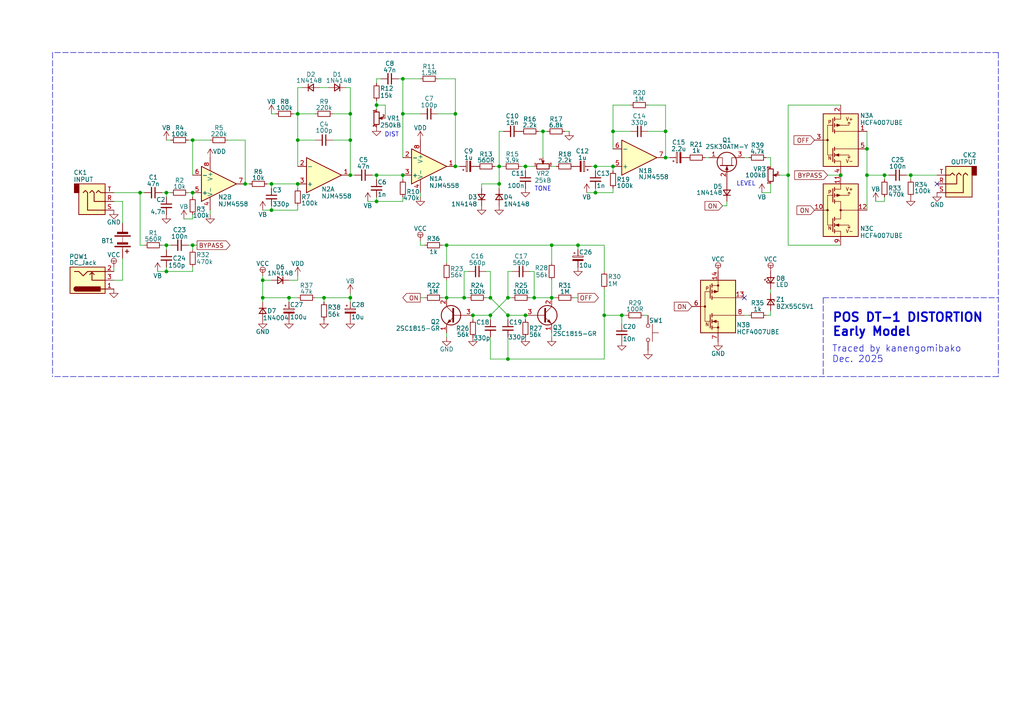
<source format=kicad_sch>
(kicad_sch (version 20250114) (generator "eeschema") (generator_version "9.0")
  (paper "A4")
  (text "TONE" (at 157.48 55.626 0) (effects (font (size 1.27 1.27)) (justify bottom)))
  (text "POS DT-1 DISTORTION\nEarly Model" (at 241.3 97.79 0) (effects (font (size 2.54 2.54) (thickness 0.508) (bold yes)) (justify left bottom)))
  (text "LEVEL" (at 219.202 54.102 0) (effects (font (size 1.27 1.27)) (justify right bottom)))
  (text "Traced by kanengomibako\nDec. 2025" (at 241.3 105.41 0) (effects (font (size 1.905 1.905)) (justify left bottom)))
  (text "DIST" (at 111.506 39.878 0) (effects (font (size 1.27 1.27)) (justify left bottom)))
  (junction (at 101.6 86.36))
  (junction (at 144.78 53.34))
  (junction (at 154.94 86.36))
  (junction (at 129.54 86.36))
  (junction (at 76.2 86.36))
  (junction (at 109.22 30.48))
  (junction (at 129.54 71.12))
  (junction (at 116.84 22.86))
  (junction (at 132.08 33.02))
  (junction (at 86.36 53.34))
  (junction (at 172.72 48.26))
  (junction (at 116.84 33.02))
  (junction (at 147.32 91.44))
  (junction (at 55.88 40.64))
  (junction (at 48.26 78.74))
  (junction (at 167.64 71.12))
  (junction (at 109.22 58.42))
  (junction (at 48.26 71.12))
  (junction (at 109.22 50.8))
  (junction (at 256.54 50.8))
  (junction (at 264.16 50.8))
  (junction (at 86.36 40.64))
  (junction (at 48.26 55.88))
  (junction (at 137.16 91.44))
  (junction (at 142.24 91.44))
  (junction (at 160.02 86.36))
  (junction (at 101.6 40.64))
  (junction (at 172.72 55.88))
  (junction (at 147.32 86.36))
  (junction (at 116.84 50.8))
  (junction (at 55.88 55.88))
  (junction (at 177.8 48.26))
  (junction (at 76.2 81.28))
  (junction (at 86.36 33.02))
  (junction (at 228.6 50.8))
  (junction (at 93.98 86.36))
  (junction (at 40.64 55.88))
  (junction (at 144.78 48.26))
  (junction (at 101.6 33.02))
  (junction (at 180.34 91.44))
  (junction (at 55.88 71.12))
  (junction (at 142.24 86.36))
  (junction (at 175.26 91.44))
  (junction (at 101.6 50.8))
  (junction (at 83.82 86.36))
  (junction (at 243.84 50.8))
  (junction (at 78.74 53.34))
  (junction (at 147.32 104.14))
  (junction (at 134.62 86.36))
  (junction (at 78.74 60.96))
  (junction (at 177.8 38.1))
  (junction (at 193.04 45.72))
  (junction (at 193.04 38.1))
  (junction (at 132.08 48.26))
  (junction (at 71.12 53.34))
  (junction (at 251.46 50.8))
  (junction (at 152.4 48.26))
  (junction (at 152.4 91.44))
  (junction (at 157.48 38.1))
  (junction (at 251.46 43.18))
  (junction (at 160.02 71.12))
  (no_connect (at 215.9 86.36))
  (no_connect (at 271.78 53.34))
  (wire (pts (xy 193.04 45.72) (xy 194.31 45.72)))
  (wire (pts (xy 226.06 50.8) (xy 228.6 50.8)))
  (wire (pts (xy 49.53 40.64) (xy 48.26 40.64)))
  (wire (pts (xy 144.78 38.1) (xy 146.05 38.1)))
  (wire (pts (xy 220.98 55.88) (xy 223.52 55.88)))
  (wire (pts (xy 106.68 58.42) (xy 109.22 58.42)))
  (wire (pts (xy 86.36 86.36) (xy 83.82 86.36)))
  (wire (pts (xy 148.59 78.74) (xy 147.32 78.74)))
  (wire (pts (xy 116.84 22.86) (xy 121.92 22.86)))
  (wire (pts (xy 147.32 86.36) (xy 148.59 86.36)))
  (wire (pts (xy 78.74 53.34) (xy 86.36 53.34)))
  (wire (pts (xy 129.54 71.12) (xy 160.02 71.12)))
  (wire (pts (xy 86.36 25.4) (xy 87.63 25.4)))
  (wire (pts (xy 48.26 78.74) (xy 55.88 78.74)))
  (wire (pts (xy 167.64 71.12) (xy 167.64 72.39)))
  (wire (pts (xy 222.25 45.72) (xy 223.52 45.72)))
  (wire (pts (xy 142.24 97.79) (xy 142.24 104.14)))
  (polyline (pts (xy 289.56 109.22) (xy 15.24 109.22)) (stroke (width 0) (type dash)))
  (wire (pts (xy 78.74 53.34) (xy 78.74 54.61)))
  (wire (pts (xy 135.89 78.74) (xy 134.62 78.74)))
  (wire (pts (xy 48.26 72.39) (xy 48.26 71.12)))
  (wire (pts (xy 187.96 30.48) (xy 193.04 30.48)))
  (wire (pts (xy 144.78 48.26) (xy 144.78 38.1)))
  (wire (pts (xy 46.99 55.88) (xy 48.26 55.88)))
  (wire (pts (xy 177.8 30.48) (xy 177.8 38.1)))
  (wire (pts (xy 271.78 50.8) (xy 264.16 50.8)))
  (wire (pts (xy 123.19 86.36) (xy 121.92 86.36)))
  (wire (pts (xy 48.26 57.15) (xy 48.26 55.88)))
  (wire (pts (xy 137.16 92.71) (xy 137.16 91.44)))
  (wire (pts (xy 160.02 96.52) (xy 160.02 97.79)))
  (wire (pts (xy 142.24 104.14) (xy 147.32 104.14)))
  (wire (pts (xy 160.02 71.12) (xy 160.02 76.2)))
  (wire (pts (xy 223.52 85.09) (xy 223.52 83.82)))
  (wire (pts (xy 175.26 83.82) (xy 175.26 91.44)))
  (wire (pts (xy 147.32 97.79) (xy 147.32 104.14)))
  (wire (pts (xy 210.82 58.42) (xy 210.82 59.69)))
  (wire (pts (xy 78.74 33.02) (xy 80.01 33.02)))
  (wire (pts (xy 182.88 30.48) (xy 177.8 30.48)))
  (wire (pts (xy 264.16 50.8) (xy 264.16 52.07)))
  (wire (pts (xy 48.26 77.47) (xy 48.26 78.74)))
  (wire (pts (xy 177.8 54.61) (xy 177.8 55.88)))
  (polyline (pts (xy 238.76 86.36) (xy 238.76 109.22)) (stroke (width 0) (type dash)))
  (wire (pts (xy 152.4 48.26) (xy 154.94 48.26)))
  (wire (pts (xy 147.32 78.74) (xy 147.32 86.36)))
  (polyline (pts (xy 289.56 15.24) (xy 15.24 15.24)) (stroke (width 0) (type dash)))
  (wire (pts (xy 109.22 57.15) (xy 109.22 58.42)))
  (wire (pts (xy 115.57 22.86) (xy 116.84 22.86)))
  (wire (pts (xy 109.22 52.07) (xy 109.22 50.8)))
  (wire (pts (xy 240.03 50.8) (xy 243.84 50.8)))
  (wire (pts (xy 256.54 52.07) (xy 256.54 50.8)))
  (wire (pts (xy 92.71 25.4) (xy 95.25 25.4)))
  (wire (pts (xy 166.37 86.36) (xy 167.64 86.36)))
  (wire (pts (xy 101.6 50.8) (xy 101.6 40.64)))
  (wire (pts (xy 180.34 93.98) (xy 180.34 91.44)))
  (wire (pts (xy 109.22 50.8) (xy 107.95 50.8)))
  (wire (pts (xy 223.52 45.72) (xy 223.52 48.26)))
  (wire (pts (xy 121.92 33.02) (xy 116.84 33.02)))
  (wire (pts (xy 127 22.86) (xy 132.08 22.86)))
  (wire (pts (xy 154.94 86.36) (xy 153.67 86.36)))
  (wire (pts (xy 101.6 33.02) (xy 101.6 40.64)))
  (wire (pts (xy 144.78 48.26) (xy 144.78 53.34)))
  (wire (pts (xy 33.02 77.47) (xy 33.02 78.74)))
  (wire (pts (xy 171.45 48.26) (xy 172.72 48.26)))
  (wire (pts (xy 156.21 38.1) (xy 157.48 38.1)))
  (wire (pts (xy 116.84 50.8) (xy 116.84 52.07)))
  (wire (pts (xy 157.48 38.1) (xy 157.48 45.72)))
  (wire (pts (xy 177.8 38.1) (xy 177.8 43.18)))
  (wire (pts (xy 175.26 104.14) (xy 147.32 104.14)))
  (wire (pts (xy 147.32 86.36) (xy 142.24 91.44)))
  (wire (pts (xy 160.02 86.36) (xy 161.29 86.36)))
  (wire (pts (xy 153.67 78.74) (xy 154.94 78.74)))
  (wire (pts (xy 46.99 71.12) (xy 48.26 71.12)))
  (wire (pts (xy 86.36 59.69) (xy 86.36 60.96)))
  (wire (pts (xy 251.46 38.1) (xy 251.46 43.18)))
  (wire (pts (xy 187.96 38.1) (xy 193.04 38.1)))
  (wire (pts (xy 128.27 86.36) (xy 129.54 86.36)))
  (wire (pts (xy 86.36 80.01) (xy 86.36 81.28)))
  (wire (pts (xy 256.54 57.15) (xy 256.54 58.42)))
  (wire (pts (xy 121.92 71.12) (xy 121.92 69.85)))
  (wire (pts (xy 204.47 45.72) (xy 205.74 45.72)))
  (wire (pts (xy 129.54 71.12) (xy 129.54 76.2)))
  (wire (pts (xy 35.56 74.93) (xy 35.56 81.28)))
  (wire (pts (xy 154.94 78.74) (xy 154.94 86.36)))
  (wire (pts (xy 139.7 53.34) (xy 144.78 53.34)))
  (wire (pts (xy 228.6 30.48) (xy 228.6 50.8)))
  (wire (pts (xy 55.88 50.8) (xy 55.88 40.64)))
  (wire (pts (xy 137.16 91.44) (xy 142.24 91.44)))
  (wire (pts (xy 96.52 33.02) (xy 101.6 33.02)))
  (wire (pts (xy 175.26 91.44) (xy 180.34 91.44)))
  (wire (pts (xy 55.88 71.12) (xy 55.88 72.39)))
  (wire (pts (xy 142.24 78.74) (xy 142.24 86.36)))
  (wire (pts (xy 86.36 33.02) (xy 86.36 40.64)))
  (wire (pts (xy 55.88 40.64) (xy 60.96 40.64)))
  (wire (pts (xy 142.24 86.36) (xy 147.32 91.44)))
  (wire (pts (xy 111.76 30.48) (xy 111.76 34.29)))
  (wire (pts (xy 86.36 33.02) (xy 91.44 33.02)))
  (wire (pts (xy 147.32 92.71) (xy 147.32 91.44)))
  (wire (pts (xy 86.36 40.64) (xy 86.36 48.26)))
  (wire (pts (xy 135.89 86.36) (xy 134.62 86.36)))
  (wire (pts (xy 223.52 91.44) (xy 222.25 91.44)))
  (wire (pts (xy 146.05 48.26) (xy 144.78 48.26)))
  (wire (pts (xy 101.6 85.09) (xy 101.6 86.36)))
  (wire (pts (xy 228.6 50.8) (xy 228.6 71.12)))
  (wire (pts (xy 116.84 22.86) (xy 116.84 33.02)))
  (wire (pts (xy 86.36 33.02) (xy 86.36 25.4)))
  (wire (pts (xy 76.2 80.01) (xy 76.2 81.28)))
  (wire (pts (xy 170.18 55.88) (xy 172.72 55.88)))
  (wire (pts (xy 71.12 53.34) (xy 72.39 53.34)))
  (wire (pts (xy 101.6 86.36) (xy 101.6 87.63)))
  (wire (pts (xy 147.32 91.44) (xy 152.4 91.44)))
  (wire (pts (xy 215.9 91.44) (xy 217.17 91.44)))
  (wire (pts (xy 96.52 40.64) (xy 101.6 40.64)))
  (wire (pts (xy 132.08 33.02) (xy 132.08 48.26)))
  (wire (pts (xy 152.4 92.71) (xy 152.4 91.44)))
  (wire (pts (xy 217.17 45.72) (xy 215.9 45.72)))
  (wire (pts (xy 83.82 86.36) (xy 83.82 87.63)))
  (wire (pts (xy 186.69 91.44) (xy 187.96 91.44)))
  (wire (pts (xy 85.09 33.02) (xy 86.36 33.02)))
  (wire (pts (xy 35.56 58.42) (xy 35.56 64.77)))
  (wire (pts (xy 134.62 78.74) (xy 134.62 86.36)))
  (wire (pts (xy 55.88 71.12) (xy 57.15 71.12)))
  (wire (pts (xy 142.24 92.71) (xy 142.24 91.44)))
  (wire (pts (xy 78.74 81.28) (xy 76.2 81.28)))
  (wire (pts (xy 101.6 25.4) (xy 100.33 25.4)))
  (wire (pts (xy 48.26 71.12) (xy 49.53 71.12)))
  (wire (pts (xy 86.36 81.28) (xy 83.82 81.28)))
  (wire (pts (xy 109.22 29.21) (xy 109.22 30.48)))
  (wire (pts (xy 109.22 30.48) (xy 109.22 31.75)))
  (wire (pts (xy 163.83 38.1) (xy 165.1 38.1)))
  (wire (pts (xy 175.26 71.12) (xy 175.26 78.74)))
  (wire (pts (xy 40.64 55.88) (xy 41.91 55.88)))
  (wire (pts (xy 172.72 54.61) (xy 172.72 55.88)))
  (wire (pts (xy 129.54 97.79) (xy 129.54 96.52)))
  (wire (pts (xy 254 58.42) (xy 256.54 58.42)))
  (wire (pts (xy 140.97 86.36) (xy 142.24 86.36)))
  (wire (pts (xy 228.6 71.12) (xy 243.84 71.12)))
  (wire (pts (xy 181.61 91.44) (xy 180.34 91.44)))
  (wire (pts (xy 55.88 57.15) (xy 55.88 55.88)))
  (wire (pts (xy 172.72 48.26) (xy 177.8 48.26)))
  (wire (pts (xy 175.26 91.44) (xy 175.26 104.14)))
  (wire (pts (xy 54.61 40.64) (xy 55.88 40.64)))
  (wire (pts (xy 193.04 30.48) (xy 193.04 38.1)))
  (wire (pts (xy 53.34 63.5) (xy 55.88 63.5)))
  (wire (pts (xy 160.02 71.12) (xy 167.64 71.12)))
  (wire (pts (xy 160.02 48.26) (xy 161.29 48.26)))
  (wire (pts (xy 55.88 77.47) (xy 55.88 78.74)))
  (wire (pts (xy 251.46 43.18) (xy 251.46 50.8)))
  (wire (pts (xy 223.52 91.44) (xy 223.52 90.17)))
  (wire (pts (xy 40.64 55.88) (xy 40.64 71.12)))
  (wire (pts (xy 78.74 59.69) (xy 78.74 60.96)))
  (wire (pts (xy 33.02 55.88) (xy 40.64 55.88)))
  (wire (pts (xy 262.89 50.8) (xy 264.16 50.8)))
  (wire (pts (xy 109.22 30.48) (xy 111.76 30.48)))
  (wire (pts (xy 91.44 40.64) (xy 86.36 40.64)))
  (wire (pts (xy 177.8 38.1) (xy 182.88 38.1)))
  (wire (pts (xy 160.02 81.28) (xy 160.02 86.36)))
  (wire (pts (xy 132.08 22.86) (xy 132.08 33.02)))
  (wire (pts (xy 45.72 78.74) (xy 48.26 78.74)))
  (wire (pts (xy 251.46 50.8) (xy 256.54 50.8)))
  (wire (pts (xy 76.2 60.96) (xy 78.74 60.96)))
  (wire (pts (xy 140.97 78.74) (xy 142.24 78.74)))
  (wire (pts (xy 129.54 86.36) (xy 134.62 86.36)))
  (wire (pts (xy 139.7 54.61) (xy 139.7 53.34)))
  (wire (pts (xy 129.54 86.36) (xy 129.54 81.28)))
  (wire (pts (xy 77.47 53.34) (xy 78.74 53.34)))
  (wire (pts (xy 55.88 55.88) (xy 54.61 55.88)))
  (wire (pts (xy 143.51 48.26) (xy 144.78 48.26)))
  (wire (pts (xy 33.02 58.42) (xy 35.56 58.42)))
  (wire (pts (xy 93.98 86.36) (xy 101.6 86.36)))
  (polyline (pts (xy 289.56 15.24) (xy 289.56 109.22)) (stroke (width 0) (type dash)))
  (wire (pts (xy 91.44 86.36) (xy 93.98 86.36)))
  (wire (pts (xy 78.74 60.96) (xy 86.36 60.96)))
  (wire (pts (xy 172.72 49.53) (xy 172.72 48.26)))
  (wire (pts (xy 33.02 81.28) (xy 35.56 81.28)))
  (wire (pts (xy 40.64 71.12) (xy 41.91 71.12)))
  (wire (pts (xy 76.2 86.36) (xy 83.82 86.36)))
  (wire (pts (xy 93.98 86.36) (xy 93.98 87.63)))
  (wire (pts (xy 128.27 71.12) (xy 129.54 71.12)))
  (wire (pts (xy 102.87 50.8) (xy 101.6 50.8)))
  (polyline (pts (xy 15.24 15.24) (xy 15.24 109.22)) (stroke (width 0) (type dash)))
  (wire (pts (xy 193.04 38.1) (xy 193.04 45.72)))
  (wire (pts (xy 66.04 40.64) (xy 71.12 40.64)))
  (wire (pts (xy 76.2 86.36) (xy 76.2 87.63)))
  (wire (pts (xy 86.36 53.34) (xy 86.36 54.61)))
  (wire (pts (xy 60.96 62.23) (xy 60.96 60.96)))
  (wire (pts (xy 71.12 40.64) (xy 71.12 53.34)))
  (wire (pts (xy 223.52 53.34) (xy 223.52 55.88)))
  (wire (pts (xy 172.72 55.88) (xy 177.8 55.88)))
  (wire (pts (xy 121.92 57.15) (xy 121.92 55.88)))
  (wire (pts (xy 177.8 48.26) (xy 177.8 49.53)))
  (wire (pts (xy 116.84 57.15) (xy 116.84 58.42)))
  (wire (pts (xy 251.46 50.8) (xy 251.46 60.96)))
  (wire (pts (xy 209.55 59.69) (xy 210.82 59.69)))
  (wire (pts (xy 116.84 33.02) (xy 116.84 45.72)))
  (wire (pts (xy 243.84 30.48) (xy 228.6 30.48)))
  (wire (pts (xy 109.22 22.86) (xy 110.49 22.86)))
  (wire (pts (xy 55.88 63.5) (xy 55.88 62.23)))
  (wire (pts (xy 48.26 55.88) (xy 49.53 55.88)))
  (wire (pts (xy 109.22 58.42) (xy 116.84 58.42)))
  (wire (pts (xy 127 33.02) (xy 132.08 33.02)))
  (wire (pts (xy 144.78 54.61) (xy 144.78 53.34)))
  (wire (pts (xy 133.35 48.26) (xy 132.08 48.26)))
  (wire (pts (xy 152.4 48.26) (xy 152.4 49.53)))
  (wire (pts (xy 158.75 38.1) (xy 157.48 38.1)))
  (wire (pts (xy 256.54 50.8) (xy 257.81 50.8)))
  (wire (pts (xy 154.94 86.36) (xy 160.02 86.36)))
  (wire (pts (xy 152.4 48.26) (xy 151.13 48.26)))
  (wire (pts (xy 109.22 24.13) (xy 109.22 22.86)))
  (wire (pts (xy 54.61 71.12) (xy 55.88 71.12)))
  (wire (pts (xy 167.64 71.12) (xy 175.26 71.12)))
  (polyline (pts (xy 238.76 86.36) (xy 289.56 86.36)) (stroke (width 0) (type dash)))
  (wire (pts (xy 109.22 50.8) (xy 116.84 50.8)))
  (wire (pts (xy 76.2 81.28) (xy 76.2 86.36)))
  (wire (pts (xy 101.6 25.4) (xy 101.6 33.02)))
  (wire (pts (xy 121.92 71.12) (xy 123.19 71.12)))
  (global_label "ON" (shape input) (at 236.22 60.96 180) (property "Intersheetrefs" "${INTERSHEET_REFS}" (effects (hide yes))))
  (global_label "ON" (shape input) (at 209.55 59.69 180) (property "Intersheetrefs" "${INTERSHEET_REFS}" (effects (hide yes))))
  (global_label "BYPASS" (shape input) (at 240.03 50.8 180) (property "Intersheetrefs" "${INTERSHEET_REFS}" (effects (hide yes))))
  (global_label "OFF" (shape input) (at 236.22 40.64 180) (property "Intersheetrefs" "${INTERSHEET_REFS}" (effects (hide yes))))
  (global_label "BYPASS" (shape output) (at 57.15 71.12 0) (property "Intersheetrefs" "${INTERSHEET_REFS}" (effects (hide yes))))
  (global_label "OFF" (shape output) (at 167.64 86.36 0) (property "Intersheetrefs" "${INTERSHEET_REFS}" (effects (hide yes))))
  (global_label "ON" (shape input) (at 200.66 88.9 180) (property "Intersheetrefs" "${INTERSHEET_REFS}" (effects (hide yes))))
  (global_label "ON" (shape output) (at 121.92 86.36 180) (property "Intersheetrefs" "${INTERSHEET_REFS}" (effects (hide yes))))
  (symbol (lib_id "Device:R_Small") (at 52.07 55.88 270) (unit 1)
    (property "Reference" "R2" (at 52.07 52.324 90))
    (property "Value" "10k" (at 52.07 54.102 90))
    (property "Footprint" "myFoot:my_R_P5.08mm_Horizontal" (effects (hide yes)))
  )
  (symbol (lib_id "Device:C_Small") (at 44.45 55.88 270) (unit 1)
    (property "Reference" "C1" (at 44.45 51.435 90))
    (property "Value" "47n" (at 44.45 53.34 90))
    (property "Footprint" "myFoot:my_C_Rect1_P5.00mm" (effects (hide yes)))
  )
  (symbol (lib_id "Device:R_Small") (at 55.88 59.69 0) (unit 1)
    (property "Reference" "R3" (at 56.896 60.706 0) (effects (justify left)))
    (property "Value" "100k" (at 55.88 62.484 0) (effects (justify left)))
    (property "Footprint" "myFoot:my_R_P5.08mm_Horizontal" (effects (hide yes)))
  )
  (symbol (lib_id "Device:C_Polarized_Small") (at 83.82 90.17 0) (unit 1)
    (property "Reference" "C27" (at 84.074 88.392 0) (effects (justify left)))
    (property "Value" "100u" (at 84.074 91.948 0) (effects (justify left)))
    (property "Footprint" "myFoot:my_C_D5.0mm_P2.50mm" (effects (hide yes)))
    (property "Description" "Polarized capacitor, small symbol" (effects (hide yes)))
  )
  (symbol (lib_id "Device:D_Small") (at 81.28 81.28 180) (unit 1)
    (property "Reference" "D6" (at 81.28 77.47 0))
    (property "Value" "1N4148" (at 81.28 79.248 0))
    (property "Footprint" "myFoot:my_D_P5.08mm_Horizontal" (effects (hide yes)))
  )
  (symbol (lib_id "Device:R_Small") (at 93.98 90.17 0) (unit 1)
    (property "Reference" "R38" (at 94.996 89.154 0) (effects (justify left)))
    (property "Value" "56k" (at 94.996 91.186 0) (effects (justify left)))
    (property "Footprint" "myFoot:my_R_P5.08mm_Horizontal" (effects (hide yes)))
  )
  (symbol (lib_id "Device:C_Polarized_Small") (at 101.6 90.17 0) (unit 1)
    (property "Reference" "C28" (at 101.854 88.392 0) (effects (justify left)))
    (property "Value" "10u" (at 101.854 91.948 0) (effects (justify left)))
    (property "Footprint" "myFoot:my_C_D5.0mm_P2.50mm" (effects (hide yes)))
    (property "Description" "Polarized capacitor, small symbol" (effects (hide yes)))
  )
  (symbol (lib_id "Device:R_Small") (at 88.9 86.36 270) (unit 1)
    (property "Reference" "R37" (at 88.9 82.804 90))
    (property "Value" "47k" (at 88.9 84.582 90))
    (property "Footprint" "myFoot:my_R_P5.08mm_Horizontal" (effects (hide yes)))
  )
  (symbol (lib_id "Connector:Barrel_Jack_Switch") (at 25.4 81.28 0) (mirror x) (unit 1)
    (property "Reference" "POW1" (at 20.066 74.422 0) (effects (justify left)))
    (property "Value" "DC_Jack" (at 20.066 76.2 0) (effects (justify left)))
    (property "Footprint" "myFoot:my_DC_Jack" (effects (hide yes)))
  )
  (symbol (lib_id "Device:C_Polarized_Small") (at 135.89 48.26 90) (unit 1)
    (property "Reference" "C9" (at 135.89 43.815 90))
    (property "Value" "1u" (at 135.89 45.72 90))
    (property "Footprint" "myFoot:my_C_D5.0mm_P2.50mm" (effects (hide yes)))
    (property "Description" "Polarized capacitor, small symbol" (effects (hide yes)))
  )
  (symbol (lib_id "Device:LED_Small") (at 223.52 81.28 90) (unit 1)
    (property "Reference" "D8" (at 225.044 80.772 90) (effects (justify right)))
    (property "Value" "LED" (at 225.044 82.55 90) (effects (justify right)))
    (property "Footprint" "myFoot:my_conn" (effects (hide yes)))
  )
  (symbol (lib_id "Device:R_Small") (at 74.93 53.34 270) (unit 1)
    (property "Reference" "R6" (at 74.93 49.784 90))
    (property "Value" "10k" (at 74.93 51.562 90))
    (property "Footprint" "myFoot:my_R_P5.08mm_Horizontal" (effects (hide yes)))
  )
  (symbol (lib_id "Device:C_Small") (at 78.74 57.15 0) (unit 1)
    (property "Reference" "C3" (at 78.994 55.118 0) (effects (justify left)))
    (property "Value" "330p" (at 78.994 59.182 0) (effects (justify left)))
    (property "Footprint" "myFoot:my_C_Rect1_P5.00mm" (effects (hide yes)))
  )
  (symbol (lib_id "Device:R_Small") (at 93.98 33.02 270) (unit 1)
    (property "Reference" "R9" (at 93.98 29.464 90))
    (property "Value" "220k" (at 93.98 31.242 90))
    (property "Footprint" "myFoot:my_R_P5.08mm_Horizontal" (effects (hide yes)))
  )
  (symbol (lib_id "Device:R_Small") (at 82.55 33.02 270) (unit 1)
    (property "Reference" "R8" (at 82.55 29.464 90))
    (property "Value" "100k" (at 82.55 31.242 90))
    (property "Footprint" "myFoot:my_R_P5.08mm_Horizontal" (effects (hide yes)))
  )
  (symbol (lib_id "Device:C_Small") (at 93.98 40.64 270) (unit 1)
    (property "Reference" "C4" (at 93.98 36.068 90))
    (property "Value" "100p" (at 93.98 37.846 90))
    (property "Footprint" "myFoot:my_C_Rect1_P5.00mm" (effects (hide yes)))
  )
  (symbol (lib_id "myLib:4007") (at 243.84 40.64 0) (unit 1)
    (property "Reference" "N3" (at 249.428 33.528 0) (effects (justify left)))
    (property "Value" "HCF4007UBE" (at 249.428 35.56 0) (effects (justify left)))
    (property "Footprint" "Package_DIP:DIP-14_W7.62mm" (effects (hide yes)))
  )
  (symbol (lib_id "myLib:4007") (at 208.28 88.9 0) (unit 2)
    (property "Reference" "N3" (at 213.614 94.234 0) (effects (justify left)))
    (property "Value" "HCF4007UBE" (at 213.614 96.266 0) (effects (justify left)))
    (property "Footprint" "Package_DIP:DIP-14_W7.62mm" (effects (hide yes)))
  )
  (symbol (lib_id "myLib:4007") (at 243.84 60.96 0) (unit 3)
    (property "Reference" "N3" (at 249.428 66.294 0) (effects (justify left)))
    (property "Value" "HCF4007UBE" (at 249.428 68.326 0) (effects (justify left)))
    (property "Footprint" "Package_DIP:DIP-14_W7.62mm" (effects (hide yes)))
  )
  (symbol (lib_id "Connector_Audio:AudioJack3") (at 27.94 58.42 0) (mirror x) (unit 1)
    (property "Reference" "CK1" (at 21.336 50.038 0) (effects (justify left)))
    (property "Value" "INPUT" (at 21.336 52.07 0) (effects (justify left)))
    (property "Footprint" "myFoot:Audio_Jack_EX" (effects (hide yes)))
    (property "Description" "Audio Jack, 3 Poles (Stereo / TRS)" (effects (hide yes)))
  )
  (symbol (lib_id "power:GND") (at 48.26 62.23 0) (unit 1)
    (property "Reference" "#PWR0110" (effects (hide yes)))
    (property "Value" "GND" (effects (hide yes)))
  )
  (symbol (lib_id "Device:Battery") (at 35.56 69.85 0) (mirror x) (unit 1)
    (property "Reference" "BT1" (at 33.02 69.85 0) (effects (justify right)))
    (property "Value" "006P" (effects (hide yes)))
    (property "Footprint" "myFoot:my_conn" (effects (hide yes)))
  )
  (symbol (lib_id "Transistor_BJT:2SC1815") (at 132.08 91.44 0) (mirror y) (unit 1)
    (property "Reference" "Q2" (at 127.635 93.345 0) (effects (justify left)))
    (property "Value" "2SC1815-GR" (at 127.635 95.25 0) (effects (justify left)))
    (property "Footprint" "Package_TO_SOT_THT:TO-92_Inline_Wide" (effects (hide yes)))
  )
  (symbol (lib_id "Transistor_BJT:2SC1815") (at 157.48 91.44 0) (unit 1)
    (property "Reference" "Q3" (at 160.274 94.996 0) (effects (justify left)))
    (property "Value" "2SC1815-GR" (at 160.274 96.774 0) (effects (justify left)))
    (property "Footprint" "Package_TO_SOT_THT:TO-92_Inline_Wide" (effects (hide yes)))
  )
  (symbol (lib_id "Device:R_Small") (at 44.45 71.12 270) (unit 1)
    (property "Reference" "R1" (at 44.45 67.564 90))
    (property "Value" "560R" (at 44.45 69.342 90))
    (property "Footprint" "myFoot:my_R_P5.08mm_Horizontal" (effects (hide yes)))
  )
  (symbol (lib_id "Device:C_Small") (at 48.26 74.93 0) (mirror y) (unit 1)
    (property "Reference" "C24" (at 50.038 74.93 0) (effects (justify right)))
    (property "Value" "150p" (at 48.768 76.962 0) (effects (justify right)))
    (property "Footprint" "myFoot:my_C_Rect1_P5.00mm" (effects (hide yes)))
  )
  (symbol (lib_id "Device:C_Small") (at 52.07 71.12 270) (unit 1)
    (property "Reference" "C23" (at 52.07 66.675 90))
    (property "Value" "100n" (at 52.07 68.58 90))
    (property "Footprint" "myFoot:my_C_Rect1_P5.00mm" (effects (hide yes)))
  )
  (symbol (lib_id "Device:R_Small") (at 219.71 91.44 270) (unit 1)
    (property "Reference" "R35" (at 219.71 87.884 90))
    (property "Value" "1k" (at 219.71 89.662 90))
    (property "Footprint" "myFoot:my_R_P5.08mm_Horizontal" (effects (hide yes)))
  )
  (symbol (lib_id "Device:D_Zener_Small") (at 223.52 87.63 270) (unit 1)
    (property "Reference" "Z1" (at 225.044 86.868 90) (effects (justify left)))
    (property "Value" "BZX55C5V1" (at 225.044 88.9 90) (effects (justify left)))
    (property "Footprint" "myFoot:my_D_P7.62mm" (effects (hide yes)))
  )
  (symbol (lib_id "Device:R_Small") (at 125.73 71.12 270) (unit 1)
    (property "Reference" "R36" (at 125.73 69.215 90))
    (property "Value" "1k" (at 125.73 73.025 90))
    (property "Footprint" "myFoot:my_R_P5.08mm_Horizontal" (effects (hide yes)))
  )
  (symbol (lib_id "Device:C_Polarized_Small") (at 167.64 74.93 0) (unit 1)
    (property "Reference" "C26" (at 167.894 73.152 0) (effects (justify left)))
    (property "Value" "10u" (at 167.894 76.962 0) (effects (justify left)))
    (property "Footprint" "myFoot:my_C_D5.0mm_P2.50mm" (effects (hide yes)))
    (property "Description" "Polarized capacitor, small symbol" (effects (hide yes)))
  )
  (symbol (lib_id "Device:R_Small") (at 185.42 30.48 270) (unit 1)
    (property "Reference" "R20" (at 185.42 26.924 90))
    (property "Value" "1M" (at 185.42 28.702 90))
    (property "Footprint" "myFoot:my_R_P5.08mm_Horizontal" (effects (hide yes)))
  )
  (symbol (lib_id "Device:R_Small") (at 138.43 86.36 270) (unit 1)
    (property "Reference" "R24" (at 138.43 82.804 90))
    (property "Value" "100k" (at 138.43 84.582 90))
    (property "Footprint" "myFoot:my_R_P5.08mm_Horizontal" (effects (hide yes)))
  )
  (symbol (lib_id "Device:R_Small") (at 151.13 86.36 270) (unit 1)
    (property "Reference" "R25" (at 151.13 82.804 90))
    (property "Value" "100k" (at 151.13 84.582 90))
    (property "Footprint" "myFoot:my_R_P5.08mm_Horizontal" (effects (hide yes)))
  )
  (symbol (lib_id "Device:R_Small") (at 137.16 95.25 0) (unit 1)
    (property "Reference" "R26" (at 136.144 95.25 0) (effects (justify right)))
    (property "Value" "56k" (at 136.144 97.028 0) (effects (justify right)))
    (property "Footprint" "myFoot:my_R_P5.08mm_Horizontal" (effects (hide yes)))
  )
  (symbol (lib_id "Device:R_Small") (at 152.4 95.25 0) (mirror y) (unit 1)
    (property "Reference" "R27" (at 153.416 95.25 0) (effects (justify right)))
    (property "Value" "56k" (at 153.416 97.028 0) (effects (justify right)))
    (property "Footprint" "myFoot:my_R_P5.08mm_Horizontal" (effects (hide yes)))
  )
  (symbol (lib_id "Device:C_Small") (at 142.24 95.25 0) (unit 1)
    (property "Reference" "C18" (at 141.986 93.472 0) (effects (justify right)))
    (property "Value" "330p" (at 142.24 98.044 0) (effects (justify right)))
    (property "Footprint" "myFoot:my_C_Rect1_P5.00mm" (effects (hide yes)))
  )
  (symbol (lib_id "Device:C_Small") (at 147.32 95.25 0) (mirror y) (unit 1)
    (property "Reference" "C19" (at 147.574 93.472 0) (effects (justify right)))
    (property "Value" "330p" (at 147.32 97.79 0) (effects (justify right)))
    (property "Footprint" "myFoot:my_C_Rect1_P5.00mm" (effects (hide yes)))
  )
  (symbol (lib_id "Device:R_Small") (at 160.02 78.74 0) (unit 1)
    (property "Reference" "R28" (at 159.004 77.724 0) (effects (justify right)))
    (property "Value" "56k" (at 159.004 79.756 0) (effects (justify right)))
    (property "Footprint" "myFoot:my_R_P5.08mm_Horizontal" (effects (hide yes)))
  )
  (symbol (lib_id "Device:R_Small") (at 129.54 78.74 0) (mirror y) (unit 1)
    (property "Reference" "R23" (at 130.556 77.978 0) (effects (justify right)))
    (property "Value" "56k" (at 130.556 79.756 0) (effects (justify right)))
    (property "Footprint" "myFoot:my_R_P10mm_Horizontal" (effects (hide yes)))
  )
  (symbol (lib_id "Device:R_Small") (at 175.26 81.28 0) (unit 1)
    (property "Reference" "R30" (at 176.276 80.264 0) (effects (justify left)))
    (property "Value" "1M" (at 176.276 82.296 0) (effects (justify left)))
    (property "Footprint" "myFoot:my_R_P5.08mm_Horizontal" (effects (hide yes)))
  )
  (symbol (lib_id "Device:C_Small") (at 180.34 96.52 0) (mirror y) (unit 1)
    (property "Reference" "C20" (at 180.594 94.742 0) (effects (justify right)))
    (property "Value" "10n" (at 180.594 98.298 0) (effects (justify right)))
    (property "Footprint" "myFoot:my_C_Rect1_P5.00mm" (effects (hide yes)))
  )
  (symbol (lib_id "Device:R_Small") (at 184.15 91.44 270) (unit 1)
    (property "Reference" "R29" (at 184.15 87.884 90))
    (property "Value" "100R" (at 184.15 89.662 90))
    (property "Footprint" "myFoot:my_R_P10mm_Horizontal" (effects (hide yes)))
  )
  (symbol (lib_id "Device:R_Small") (at 55.88 74.93 0) (unit 1)
    (property "Reference" "R32" (at 56.896 73.914 0) (effects (justify left)))
    (property "Value" "470k" (at 56.896 75.946 0) (effects (justify left)))
    (property "Footprint" "myFoot:my_R_P5.08mm_Horizontal" (effects (hide yes)))
  )
  (symbol (lib_id "Switch:SW_Push") (at 187.96 96.52 270) (unit 1)
    (property "Reference" "SW1" (at 188.214 92.964 90) (effects (justify left)))
    (property "Value" "SW_Push" (effects (hide yes)))
    (property "Footprint" "myFoot:my_conn" (effects (hide yes)))
  )
  (symbol (lib_id "Device:R_Small") (at 256.54 54.61 0) (unit 1)
    (property "Reference" "R33" (at 257.556 54.61 0) (effects (justify left)))
    (property "Value" "470k" (at 257.556 56.388 0) (effects (justify left)))
    (property "Footprint" "myFoot:my_R_P5.08mm_Horizontal" (effects (hide yes)))
  )
  (symbol (lib_id "Device:C_Small") (at 260.35 50.8 270) (unit 1)
    (property "Reference" "C25" (at 260.35 46.355 90))
    (property "Value" "100n" (at 260.35 48.26 90))
    (property "Footprint" "myFoot:my_C_Rect1_P5.00mm" (effects (hide yes)))
  )
  (symbol (lib_id "Device:R_Small") (at 264.16 54.61 0) (unit 1)
    (property "Reference" "R34" (at 265.176 53.594 0) (effects (justify left)))
    (property "Value" "100k" (at 265.176 55.372 0) (effects (justify left)))
    (property "Footprint" "myFoot:my_R_P5.08mm_Horizontal" (effects (hide yes)))
  )
  (symbol (lib_id "Device:C_Small") (at 185.42 38.1 270) (unit 1)
    (property "Reference" "C14" (at 185.42 33.655 90))
    (property "Value" "330p" (at 185.42 35.56 90))
    (property "Footprint" "myFoot:my_C_Rect1_P5.00mm" (effects (hide yes)))
  )
  (symbol (lib_id "power:GND") (at 264.16 57.15 0) (unit 1)
    (property "Reference" "#PWR0130" (effects (hide yes)))
    (property "Value" "GND" (effects (hide yes)))
  )
  (symbol (lib_id "Device:C_Small") (at 48.26 59.69 0) (mirror y) (unit 1)
    (property "Reference" "C2" (at 48.006 57.912 0) (effects (justify left)))
    (property "Value" "4.7n" (at 48.006 61.468 0) (effects (justify left)))
    (property "Footprint" "myFoot:my_C_Rect1_P5.00mm" (effects (hide yes)))
  )
  (symbol (lib_id "Connector_Audio:AudioJack3") (at 276.86 53.34 180) (unit 1)
    (property "Reference" "CK2" (at 283.21 44.958 0) (effects (justify left)))
    (property "Value" "OUTPUT" (at 283.21 46.99 0) (effects (justify left)))
    (property "Footprint" "myFoot:Audio_Jack_EX" (effects (hide yes)))
    (property "Description" "Audio Jack, 3 Poles (Stereo / TRS)" (effects (hide yes)))
  )
  (symbol (lib_id "Device:D_Small") (at 76.2 90.17 270) (unit 1)
    (property "Reference" "D7" (at 77.47 90.17 90) (effects (justify left)))
    (property "Value" "1N4004" (at 76.2 92.202 90) (effects (justify left)))
    (property "Footprint" "myFoot:my_D_P7.62mm" (effects (hide yes)))
  )
  (symbol (lib_id "Amplifier_Operational:NJM4558") (at 93.98 50.8 0) (mirror x) (unit 1)
    (property "Reference" "N2" (at 93.218 54.864 0) (effects (justify left)))
    (property "Value" "NJM4558" (at 93.218 56.896 0) (effects (justify left)))
    (property "Footprint" "Package_DIP:DIP-8_W7.62mm" (effects (hide yes)))
  )
  (symbol (lib_id "Amplifier_Operational:NJM4558") (at 63.5 53.34 0) (mirror x) (unit 2)
    (property "Reference" "N2" (at 63.246 57.15 0) (effects (justify left)))
    (property "Value" "NJM4558" (at 63.246 59.182 0) (effects (justify left)))
    (property "Footprint" "Package_DIP:DIP-8_W7.62mm" (effects (hide yes)))
  )
  (symbol (lib_id "Amplifier_Operational:NJM4558") (at 63.5 53.34 0) (unit 3)
    (property "Reference" "N2" (effects (hide yes)))
    (property "Value" "NJM4558" (effects (hide yes)))
    (property "Footprint" "Package_DIP:DIP-8_W7.62mm" (effects (hide yes)))
  )
  (symbol (lib_id "Amplifier_Operational:NJM4558") (at 124.46 48.26 0) (mirror x) (unit 1)
    (property "Reference" "N1" (at 124.46 51.816 0) (effects (justify left)))
    (property "Value" "NJM4558" (at 124.46 53.848 0) (effects (justify left)))
    (property "Footprint" "Package_DIP:DIP-8_W7.62mm" (effects (hide yes)))
  )
  (symbol (lib_id "Amplifier_Operational:NJM4558") (at 185.42 45.72 0) (mirror x) (unit 2)
    (property "Reference" "N1" (at 185.166 49.53 0) (effects (justify left)))
    (property "Value" "NJM4558" (at 185.166 51.308 0) (effects (justify left)))
    (property "Footprint" "Package_DIP:DIP-8_W7.62mm" (effects (hide yes)))
  )
  (symbol (lib_id "Amplifier_Operational:NJM4558") (at 124.46 48.26 0) (unit 3)
    (property "Reference" "N1" (effects (hide yes)))
    (property "Value" "NJM4558" (effects (hide yes)))
    (property "Footprint" "Package_DIP:DIP-8_W7.62mm" (effects (hide yes)))
  )
  (symbol (lib_id "power:GND") (at 167.64 77.47 0) (unit 1)
    (property "Reference" "#PWR0114" (effects (hide yes)))
    (property "Value" "GND" (effects (hide yes)))
  )
  (symbol (lib_id "power:GND") (at 76.2 92.71 0) (unit 1)
    (property "Reference" "#PWR0115" (effects (hide yes)))
    (property "Value" "GND" (at 76.2 96.2025 0))
  )
  (symbol (lib_id "power:GND") (at 83.82 92.71 0) (unit 1)
    (property "Reference" "#PWR0101" (effects (hide yes)))
    (property "Value" "GND" (effects (hide yes)))
  )
  (symbol (lib_id "power:GND") (at 93.98 92.71 0) (unit 1)
    (property "Reference" "#PWR0102" (effects (hide yes)))
    (property "Value" "GND" (effects (hide yes)))
  )
  (symbol (lib_id "power:GND") (at 101.6 92.71 0) (unit 1)
    (property "Reference" "#PWR0103" (effects (hide yes)))
    (property "Value" "GND" (effects (hide yes)))
  )
  (symbol (lib_id "power:GND") (at 60.96 62.23 0) (unit 1)
    (property "Reference" "#PWR0104" (effects (hide yes)))
    (property "Value" "GND" (effects (hide yes)))
  )
  (symbol (lib_id "Device:R_Small") (at 52.07 40.64 270) (unit 1)
    (property "Reference" "R4" (at 52.07 37.084 90))
    (property "Value" "100k" (at 52.07 38.862 90))
    (property "Footprint" "myFoot:my_R_P5.08mm_Horizontal" (effects (hide yes)))
  )
  (symbol (lib_id "Device:R_Small") (at 63.5 40.64 270) (unit 1)
    (property "Reference" "R5" (at 63.5 37.084 90))
    (property "Value" "220k" (at 63.5 38.862 90))
    (property "Footprint" "myFoot:my_R_P5.08mm_Horizontal" (effects (hide yes)))
  )
  (symbol (lib_id "power:GND") (at 121.92 57.15 0) (unit 1)
    (property "Reference" "#PWR0113" (effects (hide yes)))
    (property "Value" "GND" (effects (hide yes)))
  )
  (symbol (lib_id "Device:R_Potentiometer_Small") (at 109.22 34.29 0) (unit 1)
    (property "Reference" "VR1" (at 112.268 34.29 0) (effects (justify left)))
    (property "Value" "250kB" (at 110.236 36.322 0) (effects (justify left)))
    (property "Footprint" "Connector_PinHeader_2.54mm:PinHeader_1x03_P2.54mm_Vertical" (effects (hide yes)))
    (property "Description" "Potentiometer" (effects (hide yes)))
  )
  (symbol (lib_id "Device:Q_NJFET_SGD") (at 210.82 48.26 270) (mirror x) (unit 1)
    (property "Reference" "Q1" (at 210.82 40.64 90))
    (property "Value" "2SK30ATM-Y" (at 210.82 42.545 90))
    (property "Footprint" "Package_TO_SOT_THT:TO-92_Inline_Wide" (effects (hide yes)))
  )
  (symbol (lib_id "Device:C_Small") (at 138.43 78.74 270) (unit 1)
    (property "Reference" "C16" (at 138.43 74.295 90))
    (property "Value" "560p" (at 138.43 76.2 90))
    (property "Footprint" "myFoot:my_C_Rect1_P5.00mm" (effects (hide yes)))
  )
  (symbol (lib_id "Device:C_Small") (at 151.13 78.74 270) (unit 1)
    (property "Reference" "C17" (at 151.13 74.295 90))
    (property "Value" "560p" (at 151.13 76.2 90))
    (property "Footprint" "myFoot:my_C_Rect1_P5.00mm" (effects (hide yes)))
  )
  (symbol (lib_id "Device:D_Small") (at 90.17 25.4 0) (mirror x) (unit 1)
    (property "Reference" "D2" (at 90.17 21.59 0))
    (property "Value" "1N4148" (at 89.662 23.368 0))
    (property "Footprint" "myFoot:my_D_P5.08mm_Horizontal" (effects (hide yes)))
  )
  (symbol (lib_id "power:GND") (at 208.28 99.06 0) (unit 1)
    (property "Reference" "#PWR0127" (effects (hide yes)))
    (property "Value" "GND" (at 208.28 102.5525 0))
  )
  (symbol (lib_id "Device:D_Small") (at 97.79 25.4 180) (unit 1)
    (property "Reference" "D1" (at 97.79 21.59 0))
    (property "Value" "1N4148" (at 98.298 23.368 0))
    (property "Footprint" "myFoot:my_D_P5.08mm_Horizontal" (effects (hide yes)))
  )
  (symbol (lib_id "Device:C_Small") (at 105.41 50.8 270) (unit 1)
    (property "Reference" "C5" (at 105.41 46.355 90))
    (property "Value" "47n" (at 105.41 48.26 90))
    (property "Footprint" "myFoot:my_C_Rect1_P5.00mm" (effects (hide yes)))
  )
  (symbol (lib_id "Device:R_Small") (at 86.36 57.15 0) (unit 1)
    (property "Reference" "R7" (at 87.376 57.15 0) (effects (justify left)))
    (property "Value" "100k" (at 87.376 58.928 0) (effects (justify left)))
    (property "Footprint" "myFoot:my_R_P5.08mm_Horizontal" (effects (hide yes)))
  )
  (symbol (lib_id "Device:R_Small") (at 116.84 54.61 0) (unit 1)
    (property "Reference" "R10" (at 117.856 55.626 0) (effects (justify left)))
    (property "Value" "470k" (at 116.84 57.404 0) (effects (justify left)))
    (property "Footprint" "myFoot:my_R_P5.08mm_Horizontal" (effects (hide yes)))
  )
  (symbol (lib_id "Device:C_Small") (at 109.22 54.61 0) (unit 1)
    (property "Reference" "C6" (at 109.474 52.832 0) (effects (justify left)))
    (property "Value" "1n" (at 109.474 56.388 0) (effects (justify left)))
    (property "Footprint" "myFoot:my_C_Rect1_P5.00mm" (effects (hide yes)))
  )
  (symbol (lib_id "Device:C_Small") (at 124.46 33.02 270) (unit 1)
    (property "Reference" "C7" (at 124.46 28.575 90))
    (property "Value" "100p" (at 124.46 30.48 90))
    (property "Footprint" "myFoot:my_C_Rect1_P5.00mm" (effects (hide yes)))
  )
  (symbol (lib_id "Device:R_Small") (at 124.46 22.86 270) (unit 1)
    (property "Reference" "R11" (at 124.46 19.304 90))
    (property "Value" "1.5M" (at 124.46 21.082 90))
    (property "Footprint" "myFoot:my_R_P5.08mm_Horizontal" (effects (hide yes)))
  )
  (symbol (lib_id "Device:R_Small") (at 140.97 48.26 270) (unit 1)
    (property "Reference" "R13" (at 140.97 44.704 90))
    (property "Value" "560R" (at 140.97 46.482 90))
    (property "Footprint" "myFoot:my_R_P10mm_Horizontal" (effects (hide yes)))
  )
  (symbol (lib_id "Device:D_Small") (at 144.78 57.15 270) (unit 1)
    (property "Reference" "D4" (at 146.05 57.15 90) (effects (justify left)))
    (property "Value" "1N4148" (at 146.05 59.182 90) (effects (justify left)))
    (property "Footprint" "myFoot:my_D_P5.08mm_Horizontal" (effects (hide yes)))
  )
  (symbol (lib_id "Device:R_Small") (at 109.22 26.67 0) (unit 1)
    (property "Reference" "R12" (at 110.236 25.654 0) (effects (justify left)))
    (property "Value" "15k" (at 110.236 27.686 0) (effects (justify left)))
    (property "Footprint" "myFoot:my_R_P5.08mm_Horizontal" (effects (hide yes)))
  )
  (symbol (lib_id "Device:R_Potentiometer_Small") (at 157.48 48.26 90) (unit 1)
    (property "Reference" "VR2" (at 157.48 50.292 90))
    (property "Value" "25kB" (at 157.48 52.324 90))
    (property "Footprint" "Connector_PinHeader_2.54mm:PinHeader_1x03_P2.54mm_Vertical" (effects (hide yes)))
    (property "Description" "Potentiometer" (effects (hide yes)))
  )
  (symbol (lib_id "Device:C_Small") (at 152.4 52.07 0) (mirror y) (unit 1)
    (property "Reference" "C11" (at 152.146 50.292 0) (effects (justify left)))
    (property "Value" "100n" (at 152.146 53.848 0) (effects (justify left)))
    (property "Footprint" "myFoot:my_C_Rect1_P5.00mm" (effects (hide yes)))
  )
  (symbol (lib_id "Device:C_Small") (at 148.59 38.1 270) (unit 1)
    (property "Reference" "C10" (at 148.59 33.655 90))
    (property "Value" "15n" (at 148.59 35.56 90))
    (property "Footprint" "myFoot:my_C_Rect1_P5.00mm" (effects (hide yes)))
  )
  (symbol (lib_id "Device:C_Polarized_Small") (at 168.91 48.26 270) (mirror x) (unit 1)
    (property "Reference" "C12" (at 168.91 43.815 90))
    (property "Value" "1u" (at 168.91 45.72 90))
    (property "Footprint" "myFoot:my_C_D5.0mm_P2.50mm" (effects (hide yes)))
    (property "Description" "Polarized capacitor, small symbol" (effects (hide yes)))
  )
  (symbol (lib_id "Device:R_Small") (at 148.59 48.26 270) (unit 1)
    (property "Reference" "R15" (at 148.59 44.704 90))
    (property "Value" "3.9k" (at 148.59 46.482 90))
    (property "Footprint" "myFoot:my_R_P5.08mm_Horizontal" (effects (hide yes)))
  )
  (symbol (lib_id "power:GND") (at 109.22 36.83 0) (unit 1)
    (property "Reference" "#PWR0107" (effects (hide yes)))
    (property "Value" "GND" (effects (hide yes)))
  )
  (symbol (lib_id "Device:C_Small") (at 172.72 52.07 0) (mirror y) (unit 1)
    (property "Reference" "C13" (at 172.974 50.292 0) (effects (justify right)))
    (property "Value" "1n" (at 172.974 53.848 0) (effects (justify right)))
    (property "Footprint" "myFoot:my_C_Rect1_P5.00mm" (effects (hide yes)))
  )
  (symbol (lib_id "Device:R_Small") (at 177.8 52.07 0) (unit 1)
    (property "Reference" "R19" (at 178.816 52.07 0) (effects (justify left)))
    (property "Value" "100k" (at 178.816 53.848 0) (effects (justify left)))
    (property "Footprint" "myFoot:my_R_P5.08mm_Horizontal" (effects (hide yes)))
  )
  (symbol (lib_id "Device:R_Small") (at 163.83 48.26 270) (unit 1)
    (property "Reference" "R18" (at 163.83 44.704 90))
    (property "Value" "2.2k" (at 163.83 46.482 90))
    (property "Footprint" "myFoot:my_R_P5.08mm_Horizontal" (effects (hide yes)))
  )
  (symbol (lib_id "Device:C_Polarized_Small") (at 196.85 45.72 90) (unit 1)
    (property "Reference" "C15" (at 196.85 41.275 90))
    (property "Value" "2.2u" (at 196.85 43.18 90))
    (property "Footprint" "myFoot:my_C_D5.0mm_P2.50mm" (effects (hide yes)))
    (property "Description" "Polarized capacitor, small symbol" (effects (hide yes)))
  )
  (symbol (lib_id "Device:R_Small") (at 201.93 45.72 270) (unit 1)
    (property "Reference" "R21" (at 201.93 41.91 90))
    (property "Value" "1k" (at 201.93 43.688 90))
    (property "Footprint" "myFoot:my_R_P5.08mm_Horizontal" (effects (hide yes)))
  )
  (symbol (lib_id "Device:R_Small") (at 219.71 45.72 270) (unit 1)
    (property "Reference" "R39" (at 219.71 42.164 90))
    (property "Value" "4.7k" (at 219.71 43.942 90))
    (property "Footprint" "myFoot:my_R_P5.08mm_Horizontal" (effects (hide yes)))
  )
  (symbol (lib_id "Device:R_Potentiometer_Small") (at 223.52 50.8 0) (mirror x) (unit 1)
    (property "Reference" "VR3" (at 222.25 49.022 0) (effects (justify right)))
    (property "Value" "100kB" (at 222.25 50.8 0) (effects (justify right)))
    (property "Footprint" "Connector_PinHeader_2.54mm:PinHeader_1x03_P2.54mm_Vertical" (effects (hide yes)))
    (property "Description" "Potentiometer" (effects (hide yes)))
  )
  (symbol (lib_id "power:GND") (at 33.02 60.96 0) (unit 1)
    (property "Reference" "#PWR0124" (effects (hide yes)))
    (property "Value" "GND" (at 33.02 64.4525 0))
  )
  (symbol (lib_id "Device:C_Small") (at 113.03 22.86 270) (unit 1)
    (property "Reference" "C8" (at 113.03 18.415 90))
    (property "Value" "47n" (at 113.03 20.32 90))
    (property "Footprint" "myFoot:my_C_Rect1_P5.00mm" (effects (hide yes)))
  )
  (symbol (lib_id "Device:D_Small") (at 139.7 57.15 270) (mirror x) (unit 1)
    (property "Reference" "D3" (at 138.43 57.15 90) (effects (justify right)))
    (property "Value" "1N4148" (at 138.43 59.182 90) (effects (justify right)))
    (property "Footprint" "myFoot:my_D_P5.08mm_Horizontal" (effects (hide yes)))
  )
  (symbol (lib_id "power:GND") (at 129.54 97.79 0) (unit 1)
    (property "Reference" "#PWR0116" (effects (hide yes)))
    (property "Value" "GND" (at 129.54 101.2825 0))
  )
  (symbol (lib_id "power:GND") (at 137.16 97.79 0) (unit 1)
    (property "Reference" "#PWR0117" (effects (hide yes)))
    (property "Value" "GND" (effects (hide yes)))
  )
  (symbol (lib_id "power:GND") (at 152.4 97.79 0) (unit 1)
    (property "Reference" "#PWR0118" (effects (hide yes)))
    (property "Value" "GND" (effects (hide yes)))
  )
  (symbol (lib_id "power:GND") (at 160.02 97.79 0) (unit 1)
    (property "Reference" "#PWR0119" (effects (hide yes)))
    (property "Value" "GND" (effects (hide yes)))
  )
  (symbol (lib_id "power:GND") (at 139.7 59.69 0) (unit 1)
    (property "Reference" "#PWR0108" (effects (hide yes)))
    (property "Value" "GND" (effects (hide yes)))
  )
  (symbol (lib_id "power:GND") (at 144.78 59.69 0) (unit 1)
    (property "Reference" "#PWR0109" (effects (hide yes)))
    (property "Value" "GND" (effects (hide yes)))
  )
  (symbol (lib_id "power:GND") (at 152.4 54.61 0) (unit 1)
    (property "Reference" "#PWR0111" (effects (hide yes)))
    (property "Value" "GND" (effects (hide yes)))
  )
  (symbol (lib_id "Device:R_Small") (at 161.29 38.1 270) (unit 1)
    (property "Reference" "R17" (at 161.29 34.544 90))
    (property "Value" "6.8k" (at 161.29 36.322 90))
    (property "Footprint" "myFoot:my_R_P5.08mm_Horizontal" (effects (hide yes)))
  )
  (symbol (lib_id "power:GND") (at 165.1 38.1 0) (unit 1)
    (property "Reference" "#PWR0126" (effects (hide yes)))
    (property "Value" "GND" (effects (hide yes)))
  )
  (symbol (lib_id "Device:R_Small") (at 163.83 86.36 270) (unit 1)
    (property "Reference" "R31" (at 163.83 82.804 90))
    (property "Value" "1M" (at 163.83 84.582 90))
    (property "Footprint" "myFoot:my_R_P10mm_Horizontal" (effects (hide yes)))
  )
  (symbol (lib_id "power:GND") (at 271.78 55.88 0) (unit 1)
    (property "Reference" "#PWR0131" (effects (hide yes)))
    (property "Value" "GND" (at 271.78 59.3725 0))
  )
  (symbol (lib_id "Device:R_Small") (at 125.73 86.36 270) (unit 1)
    (property "Reference" "R22" (at 125.73 82.804 90))
    (property "Value" "1M" (at 125.73 84.582 90))
    (property "Footprint" "myFoot:my_R_P10mm_Horizontal" (effects (hide yes)))
  )
  (symbol (lib_id "power:GND") (at 180.34 99.06 0) (unit 1)
    (property "Reference" "#PWR0120" (effects (hide yes)))
    (property "Value" "GND" (effects (hide yes)))
  )
  (symbol (lib_id "power:GND") (at 187.96 101.6 0) (unit 1)
    (property "Reference" "#PWR0121" (effects (hide yes)))
    (property "Value" "GND" (effects (hide yes)))
  )
  (symbol (lib_id "Device:R_Small") (at 153.67 38.1 270) (unit 1)
    (property "Reference" "R16" (at 153.67 34.544 90))
    (property "Value" "2.2k" (at 153.67 36.322 90))
    (property "Footprint" "myFoot:my_R_P5.08mm_Horizontal" (effects (hide yes)))
  )
  (symbol (lib_id "Device:D_Small") (at 210.82 55.88 90) (unit 1)
    (property "Reference" "D5" (at 209.55 54.102 90) (effects (justify left)))
    (property "Value" "1N4148" (at 209.55 55.88 90) (effects (justify left)))
    (property "Footprint" "myFoot:my_D_P5.08mm_Horizontal" (effects (hide yes)))
  )
  (symbol (lib_id "myLib:VB") (at 48.26 40.64 0) (unit 1)
    (property "Reference" "#PWR011" (effects (hide yes)))
    (property "Value" "VB" (at 48.26 37.084 0))
    (property "Description" "Power symbol creates a global label with name \"+4V5\"" (effects (hide yes)))
  )
  (symbol (lib_id "myLib:VCC") (at 208.28 78.74 0) (unit 1)
    (property "Reference" "#PWR013" (effects (hide yes)))
    (property "Value" "VCC" (at 208.28 75.184 0))
    (property "Description" "Power symbol creates a global label with name \"V+\"" (effects (hide yes)))
  )
  (symbol (lib_id "myLib:VCC") (at 223.52 78.74 0) (unit 1)
    (property "Reference" "#PWR016" (effects (hide yes)))
    (property "Value" "VCC" (at 223.52 75.184 0))
    (property "Description" "Power symbol creates a global label with name \"V+\"" (effects (hide yes)))
  )
  (symbol (lib_id "myLib:VCC") (at 121.92 69.85 0) (unit 1)
    (property "Reference" "#PWR03" (effects (hide yes)))
    (property "Value" "VCC" (at 121.92 66.294 0))
    (property "Description" "Power symbol creates a global label with name \"V+\"" (effects (hide yes)))
  )
  (symbol (lib_id "myLib:VB") (at 53.34 63.5 0) (unit 1)
    (property "Reference" "#PWR010" (effects (hide yes)))
    (property "Value" "VB" (at 53.34 59.944 0))
    (property "Description" "Power symbol creates a global label with name \"+4V5\"" (effects (hide yes)))
  )
  (symbol (lib_id "myLib:VCC") (at 33.02 77.47 0) (unit 1)
    (property "Reference" "#PWR04" (effects (hide yes)))
    (property "Value" "VCC" (at 33.02 73.914 0))
    (property "Description" "Power symbol creates a global label with name \"V+\"" (effects (hide yes)))
  )
  (symbol (lib_id "myLib:VB") (at 170.18 55.88 0) (unit 1)
    (property "Reference" "#PWR021" (effects (hide yes)))
    (property "Value" "VB" (at 170.18 57.15 0))
    (property "Description" "Power symbol creates a global label with name \"+4V5\"" (effects (hide yes)))
  )
  (symbol (lib_id "myLib:VB") (at 220.98 55.88 0) (unit 1)
    (property "Reference" "#PWR017" (effects (hide yes)))
    (property "Value" "VB" (at 220.98 57.15 0))
    (property "Description" "Power symbol creates a global label with name \"+4V5\"" (effects (hide yes)))
  )
  (symbol (lib_id "power:VDD") (at 60.96 45.72 0) (unit 1)
    (property "Reference" "#PWR09" (effects (hide yes)))
    (property "Value" "VDD" (at 61.722 43.942 0) (effects (justify left)))
    (property "Description" "Power symbol creates a global label with name \"VDD\"" (effects (hide yes)))
  )
  (symbol (lib_id "power:VDD") (at 86.36 80.01 0) (unit 1)
    (property "Reference" "#PWR05" (effects (hide yes)))
    (property "Value" "VDD" (at 86.36 76.454 0))
    (property "Description" "Power symbol creates a global label with name \"VDD\"" (effects (hide yes)))
  )
  (symbol (lib_id "myLib:VB") (at 78.74 33.02 0) (unit 1)
    (property "Reference" "#PWR014" (effects (hide yes)))
    (property "Value" "VB" (at 78.74 29.464 0))
    (property "Description" "Power symbol creates a global label with name \"+4V5\"" (effects (hide yes)))
  )
  (symbol (lib_id "myLib:VB") (at 106.68 58.42 0) (unit 1)
    (property "Reference" "#PWR015" (effects (hide yes)))
    (property "Value" "VB" (at 106.68 59.69 0))
    (property "Description" "Power symbol creates a global label with name \"+4V5\"" (effects (hide yes)))
  )
  (symbol (lib_id "myLib:VB") (at 76.2 60.96 0) (unit 1)
    (property "Reference" "#PWR012" (effects (hide yes)))
    (property "Value" "VB" (at 76.2 62.23 0))
    (property "Description" "Power symbol creates a global label with name \"+4V5\"" (effects (hide yes)))
  )
  (symbol (lib_id "power:VDD") (at 121.92 40.64 0) (unit 1)
    (property "Reference" "#PWR06" (effects (hide yes)))
    (property "Value" "VDD" (at 121.92 37.084 0))
    (property "Description" "Power symbol creates a global label with name \"VDD\"" (effects (hide yes)))
  )
  (symbol (lib_id "myLib:VB") (at 254 58.42 0) (unit 1)
    (property "Reference" "#PWR020" (effects (hide yes)))
    (property "Value" "VB" (at 254 54.864 0))
    (property "Description" "Power symbol creates a global label with name \"+4V5\"" (effects (hide yes)))
  )
  (symbol (lib_id "power:GND") (at 33.02 83.82 0) (unit 1)
    (property "Reference" "#PWR07" (effects (hide yes)))
    (property "Value" "GND" (effects (hide yes)))
  )
  (symbol (lib_id "myLib:VB") (at 45.72 78.74 0) (unit 1)
    (property "Reference" "#PWR018" (effects (hide yes)))
    (property "Value" "VB" (at 45.72 80.01 0))
    (property "Description" "Power symbol creates a global label with name \"+4V5\"" (effects (hide yes)))
  )
  (symbol (lib_id "myLib:VB") (at 101.6 85.09 0) (unit 1)
    (property "Reference" "#PWR01" (effects (hide yes)))
    (property "Value" "VB" (at 101.6 81.534 0))
    (property "Description" "Power symbol creates a global label with name \"+4V5\"" (effects (hide yes)))
  )
  (symbol (lib_id "myLib:VCC") (at 76.2 80.01 0) (unit 1)
    (property "Reference" "#PWR02" (effects (hide yes)))
    (property "Value" "VCC" (at 76.2 76.454 0))
    (property "Description" "Power symbol creates a global label with name \"V+\"" (effects (hide yes)))
  )
)
</source>
